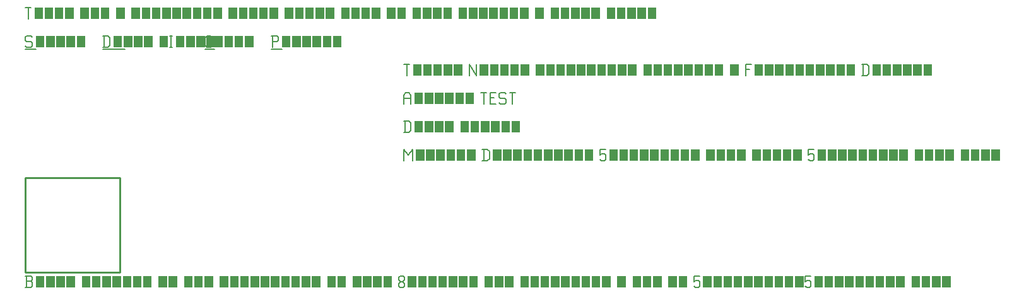
<source format=gbr>
G04 start of page 4 for group -1 layer_idx 268435461 *
G04 Title: Normal triangular polygons, <virtual group> *
G04 Creator: <version>
G04 CreationDate: <date>
G04 For: TEST *
G04 Format: Gerber/RS-274X *
G04 PCB-Dimensions: 50000 50000 *
G04 PCB-Coordinate-Origin: lower left *
%MOIN*%
%FSLAX25Y25*%
%LNLOGICAL_VIRTUAL_FAB_NONE*%
%ADD15C,0.0100*%
%ADD14C,0.0001*%
%ADD13C,0.0060*%
G54D13*X3000Y125000D02*X3750Y124250D01*
X750Y125000D02*X3000D01*
X0Y124250D02*X750Y125000D01*
X0Y124250D02*Y122750D01*
X750Y122000D01*
X3000D01*
X3750Y121250D01*
Y119750D01*
X3000Y119000D02*X3750Y119750D01*
X750Y119000D02*X3000D01*
X0Y119750D02*X750Y119000D01*
G54D14*G36*
X5550Y125000D02*X10050D01*
Y119000D01*
X5550D01*
Y125000D01*
G37*
G36*
X10950D02*X15450D01*
Y119000D01*
X10950D01*
Y125000D01*
G37*
G36*
X16350D02*X20850D01*
Y119000D01*
X16350D01*
Y125000D01*
G37*
G36*
X21750D02*X26250D01*
Y119000D01*
X21750D01*
Y125000D01*
G37*
G36*
X27150D02*X31650D01*
Y119000D01*
X27150D01*
Y125000D01*
G37*
G54D13*X0Y118000D02*X5550D01*
X41750Y125000D02*Y119000D01*
X43700Y125000D02*X44750Y123950D01*
Y120050D01*
X43700Y119000D02*X44750Y120050D01*
X41000Y119000D02*X43700D01*
X41000Y125000D02*X43700D01*
G54D14*G36*
X46550D02*X51050D01*
Y119000D01*
X46550D01*
Y125000D01*
G37*
G36*
X51950D02*X56450D01*
Y119000D01*
X51950D01*
Y125000D01*
G37*
G36*
X57350D02*X61850D01*
Y119000D01*
X57350D01*
Y125000D01*
G37*
G36*
X62750D02*X67250D01*
Y119000D01*
X62750D01*
Y125000D01*
G37*
G36*
X70850D02*X75350D01*
Y119000D01*
X70850D01*
Y125000D01*
G37*
G54D13*X76250D02*X77750D01*
X77000D02*Y119000D01*
X76250D02*X77750D01*
G54D14*G36*
X79550Y125000D02*X84050D01*
Y119000D01*
X79550D01*
Y125000D01*
G37*
G36*
X84950D02*X89450D01*
Y119000D01*
X84950D01*
Y125000D01*
G37*
G36*
X90350D02*X94850D01*
Y119000D01*
X90350D01*
Y125000D01*
G37*
G36*
X95750D02*X100250D01*
Y119000D01*
X95750D01*
Y125000D01*
G37*
G54D13*X41000Y118000D02*X52550D01*
X96050Y119000D02*X98000D01*
X95000Y120050D02*X96050Y119000D01*
X95000Y123950D02*Y120050D01*
Y123950D02*X96050Y125000D01*
X98000D01*
G54D14*G36*
X99800D02*X104300D01*
Y119000D01*
X99800D01*
Y125000D01*
G37*
G36*
X105200D02*X109700D01*
Y119000D01*
X105200D01*
Y125000D01*
G37*
G36*
X110600D02*X115100D01*
Y119000D01*
X110600D01*
Y125000D01*
G37*
G36*
X116000D02*X120500D01*
Y119000D01*
X116000D01*
Y125000D01*
G37*
G54D13*X95000Y118000D02*X99800D01*
X130750Y125000D02*Y119000D01*
X130000Y125000D02*X133000D01*
X133750Y124250D01*
Y122750D01*
X133000Y122000D02*X133750Y122750D01*
X130750Y122000D02*X133000D01*
G54D14*G36*
X135550Y125000D02*X140050D01*
Y119000D01*
X135550D01*
Y125000D01*
G37*
G36*
X140950D02*X145450D01*
Y119000D01*
X140950D01*
Y125000D01*
G37*
G36*
X146350D02*X150850D01*
Y119000D01*
X146350D01*
Y125000D01*
G37*
G36*
X151750D02*X156250D01*
Y119000D01*
X151750D01*
Y125000D01*
G37*
G36*
X157150D02*X161650D01*
Y119000D01*
X157150D01*
Y125000D01*
G37*
G36*
X162550D02*X167050D01*
Y119000D01*
X162550D01*
Y125000D01*
G37*
G54D13*X130000Y118000D02*X135550D01*
X0Y140000D02*X3000D01*
X1500D02*Y134000D01*
G54D14*G36*
X4800Y140000D02*X9300D01*
Y134000D01*
X4800D01*
Y140000D01*
G37*
G36*
X10200D02*X14700D01*
Y134000D01*
X10200D01*
Y140000D01*
G37*
G36*
X15600D02*X20100D01*
Y134000D01*
X15600D01*
Y140000D01*
G37*
G36*
X21000D02*X25500D01*
Y134000D01*
X21000D01*
Y140000D01*
G37*
G36*
X29100D02*X33600D01*
Y134000D01*
X29100D01*
Y140000D01*
G37*
G36*
X34500D02*X39000D01*
Y134000D01*
X34500D01*
Y140000D01*
G37*
G36*
X39900D02*X44400D01*
Y134000D01*
X39900D01*
Y140000D01*
G37*
G36*
X48000D02*X52500D01*
Y134000D01*
X48000D01*
Y140000D01*
G37*
G36*
X56100D02*X60600D01*
Y134000D01*
X56100D01*
Y140000D01*
G37*
G36*
X61500D02*X66000D01*
Y134000D01*
X61500D01*
Y140000D01*
G37*
G36*
X66900D02*X71400D01*
Y134000D01*
X66900D01*
Y140000D01*
G37*
G36*
X72300D02*X76800D01*
Y134000D01*
X72300D01*
Y140000D01*
G37*
G36*
X77700D02*X82200D01*
Y134000D01*
X77700D01*
Y140000D01*
G37*
G36*
X83100D02*X87600D01*
Y134000D01*
X83100D01*
Y140000D01*
G37*
G36*
X88500D02*X93000D01*
Y134000D01*
X88500D01*
Y140000D01*
G37*
G36*
X93900D02*X98400D01*
Y134000D01*
X93900D01*
Y140000D01*
G37*
G36*
X99300D02*X103800D01*
Y134000D01*
X99300D01*
Y140000D01*
G37*
G36*
X107400D02*X111900D01*
Y134000D01*
X107400D01*
Y140000D01*
G37*
G36*
X112800D02*X117300D01*
Y134000D01*
X112800D01*
Y140000D01*
G37*
G36*
X118200D02*X122700D01*
Y134000D01*
X118200D01*
Y140000D01*
G37*
G36*
X123600D02*X128100D01*
Y134000D01*
X123600D01*
Y140000D01*
G37*
G36*
X129000D02*X133500D01*
Y134000D01*
X129000D01*
Y140000D01*
G37*
G36*
X137100D02*X141600D01*
Y134000D01*
X137100D01*
Y140000D01*
G37*
G36*
X142500D02*X147000D01*
Y134000D01*
X142500D01*
Y140000D01*
G37*
G36*
X147900D02*X152400D01*
Y134000D01*
X147900D01*
Y140000D01*
G37*
G36*
X153300D02*X157800D01*
Y134000D01*
X153300D01*
Y140000D01*
G37*
G36*
X158700D02*X163200D01*
Y134000D01*
X158700D01*
Y140000D01*
G37*
G36*
X166800D02*X171300D01*
Y134000D01*
X166800D01*
Y140000D01*
G37*
G36*
X172200D02*X176700D01*
Y134000D01*
X172200D01*
Y140000D01*
G37*
G36*
X177600D02*X182100D01*
Y134000D01*
X177600D01*
Y140000D01*
G37*
G36*
X183000D02*X187500D01*
Y134000D01*
X183000D01*
Y140000D01*
G37*
G36*
X191100D02*X195600D01*
Y134000D01*
X191100D01*
Y140000D01*
G37*
G36*
X196500D02*X201000D01*
Y134000D01*
X196500D01*
Y140000D01*
G37*
G36*
X204600D02*X209100D01*
Y134000D01*
X204600D01*
Y140000D01*
G37*
G36*
X210000D02*X214500D01*
Y134000D01*
X210000D01*
Y140000D01*
G37*
G36*
X215400D02*X219900D01*
Y134000D01*
X215400D01*
Y140000D01*
G37*
G36*
X220800D02*X225300D01*
Y134000D01*
X220800D01*
Y140000D01*
G37*
G36*
X228900D02*X233400D01*
Y134000D01*
X228900D01*
Y140000D01*
G37*
G36*
X234300D02*X238800D01*
Y134000D01*
X234300D01*
Y140000D01*
G37*
G36*
X239700D02*X244200D01*
Y134000D01*
X239700D01*
Y140000D01*
G37*
G36*
X245100D02*X249600D01*
Y134000D01*
X245100D01*
Y140000D01*
G37*
G36*
X250500D02*X255000D01*
Y134000D01*
X250500D01*
Y140000D01*
G37*
G36*
X255900D02*X260400D01*
Y134000D01*
X255900D01*
Y140000D01*
G37*
G36*
X261300D02*X265800D01*
Y134000D01*
X261300D01*
Y140000D01*
G37*
G36*
X269400D02*X273900D01*
Y134000D01*
X269400D01*
Y140000D01*
G37*
G36*
X277500D02*X282000D01*
Y134000D01*
X277500D01*
Y140000D01*
G37*
G36*
X282900D02*X287400D01*
Y134000D01*
X282900D01*
Y140000D01*
G37*
G36*
X288300D02*X292800D01*
Y134000D01*
X288300D01*
Y140000D01*
G37*
G36*
X293700D02*X298200D01*
Y134000D01*
X293700D01*
Y140000D01*
G37*
G36*
X299100D02*X303600D01*
Y134000D01*
X299100D01*
Y140000D01*
G37*
G36*
X307200D02*X311700D01*
Y134000D01*
X307200D01*
Y140000D01*
G37*
G36*
X312600D02*X317100D01*
Y134000D01*
X312600D01*
Y140000D01*
G37*
G36*
X318000D02*X322500D01*
Y134000D01*
X318000D01*
Y140000D01*
G37*
G36*
X323400D02*X327900D01*
Y134000D01*
X323400D01*
Y140000D01*
G37*
G36*
X328800D02*X333300D01*
Y134000D01*
X328800D01*
Y140000D01*
G37*
G54D15*X0Y50000D02*X50000D01*
X0D02*Y0D01*
X50000Y50000D02*Y0D01*
X0D02*X50000D01*
G54D13*X200000Y65000D02*Y59000D01*
Y65000D02*X202250Y62000D01*
X204500Y65000D01*
Y59000D01*
G54D14*G36*
X206300Y65000D02*X210800D01*
Y59000D01*
X206300D01*
Y65000D01*
G37*
G36*
X211700D02*X216200D01*
Y59000D01*
X211700D01*
Y65000D01*
G37*
G36*
X217100D02*X221600D01*
Y59000D01*
X217100D01*
Y65000D01*
G37*
G36*
X222500D02*X227000D01*
Y59000D01*
X222500D01*
Y65000D01*
G37*
G36*
X227900D02*X232400D01*
Y59000D01*
X227900D01*
Y65000D01*
G37*
G36*
X233300D02*X237800D01*
Y59000D01*
X233300D01*
Y65000D01*
G37*
G54D13*X242150D02*Y59000D01*
X244100Y65000D02*X245150Y63950D01*
Y60050D01*
X244100Y59000D02*X245150Y60050D01*
X241400Y59000D02*X244100D01*
X241400Y65000D02*X244100D01*
G54D14*G36*
X246950D02*X251450D01*
Y59000D01*
X246950D01*
Y65000D01*
G37*
G36*
X252350D02*X256850D01*
Y59000D01*
X252350D01*
Y65000D01*
G37*
G36*
X257750D02*X262250D01*
Y59000D01*
X257750D01*
Y65000D01*
G37*
G36*
X263150D02*X267650D01*
Y59000D01*
X263150D01*
Y65000D01*
G37*
G36*
X268550D02*X273050D01*
Y59000D01*
X268550D01*
Y65000D01*
G37*
G36*
X273950D02*X278450D01*
Y59000D01*
X273950D01*
Y65000D01*
G37*
G36*
X279350D02*X283850D01*
Y59000D01*
X279350D01*
Y65000D01*
G37*
G36*
X284750D02*X289250D01*
Y59000D01*
X284750D01*
Y65000D01*
G37*
G36*
X290150D02*X294650D01*
Y59000D01*
X290150D01*
Y65000D01*
G37*
G36*
X295550D02*X300050D01*
Y59000D01*
X295550D01*
Y65000D01*
G37*
G54D13*X303650D02*X306650D01*
X303650D02*Y62000D01*
X304400Y62750D01*
X305900D01*
X306650Y62000D01*
Y59750D01*
X305900Y59000D02*X306650Y59750D01*
X304400Y59000D02*X305900D01*
X303650Y59750D02*X304400Y59000D01*
G54D14*G36*
X308450Y65000D02*X312950D01*
Y59000D01*
X308450D01*
Y65000D01*
G37*
G36*
X313850D02*X318350D01*
Y59000D01*
X313850D01*
Y65000D01*
G37*
G36*
X319250D02*X323750D01*
Y59000D01*
X319250D01*
Y65000D01*
G37*
G36*
X324650D02*X329150D01*
Y59000D01*
X324650D01*
Y65000D01*
G37*
G36*
X330050D02*X334550D01*
Y59000D01*
X330050D01*
Y65000D01*
G37*
G36*
X335450D02*X339950D01*
Y59000D01*
X335450D01*
Y65000D01*
G37*
G36*
X340850D02*X345350D01*
Y59000D01*
X340850D01*
Y65000D01*
G37*
G36*
X346250D02*X350750D01*
Y59000D01*
X346250D01*
Y65000D01*
G37*
G36*
X351650D02*X356150D01*
Y59000D01*
X351650D01*
Y65000D01*
G37*
G36*
X359750D02*X364250D01*
Y59000D01*
X359750D01*
Y65000D01*
G37*
G36*
X365150D02*X369650D01*
Y59000D01*
X365150D01*
Y65000D01*
G37*
G36*
X370550D02*X375050D01*
Y59000D01*
X370550D01*
Y65000D01*
G37*
G36*
X375950D02*X380450D01*
Y59000D01*
X375950D01*
Y65000D01*
G37*
G36*
X384050D02*X388550D01*
Y59000D01*
X384050D01*
Y65000D01*
G37*
G36*
X389450D02*X393950D01*
Y59000D01*
X389450D01*
Y65000D01*
G37*
G36*
X394850D02*X399350D01*
Y59000D01*
X394850D01*
Y65000D01*
G37*
G36*
X400250D02*X404750D01*
Y59000D01*
X400250D01*
Y65000D01*
G37*
G36*
X405650D02*X410150D01*
Y59000D01*
X405650D01*
Y65000D01*
G37*
G54D13*X413750D02*X416750D01*
X413750D02*Y62000D01*
X414500Y62750D01*
X416000D01*
X416750Y62000D01*
Y59750D01*
X416000Y59000D02*X416750Y59750D01*
X414500Y59000D02*X416000D01*
X413750Y59750D02*X414500Y59000D01*
G54D14*G36*
X418550Y65000D02*X423050D01*
Y59000D01*
X418550D01*
Y65000D01*
G37*
G36*
X423950D02*X428450D01*
Y59000D01*
X423950D01*
Y65000D01*
G37*
G36*
X429350D02*X433850D01*
Y59000D01*
X429350D01*
Y65000D01*
G37*
G36*
X434750D02*X439250D01*
Y59000D01*
X434750D01*
Y65000D01*
G37*
G36*
X440150D02*X444650D01*
Y59000D01*
X440150D01*
Y65000D01*
G37*
G36*
X445550D02*X450050D01*
Y59000D01*
X445550D01*
Y65000D01*
G37*
G36*
X450950D02*X455450D01*
Y59000D01*
X450950D01*
Y65000D01*
G37*
G36*
X456350D02*X460850D01*
Y59000D01*
X456350D01*
Y65000D01*
G37*
G36*
X461750D02*X466250D01*
Y59000D01*
X461750D01*
Y65000D01*
G37*
G36*
X469850D02*X474350D01*
Y59000D01*
X469850D01*
Y65000D01*
G37*
G36*
X475250D02*X479750D01*
Y59000D01*
X475250D01*
Y65000D01*
G37*
G36*
X480650D02*X485150D01*
Y59000D01*
X480650D01*
Y65000D01*
G37*
G36*
X486050D02*X490550D01*
Y59000D01*
X486050D01*
Y65000D01*
G37*
G36*
X494150D02*X498650D01*
Y59000D01*
X494150D01*
Y65000D01*
G37*
G36*
X499550D02*X504050D01*
Y59000D01*
X499550D01*
Y65000D01*
G37*
G36*
X504950D02*X509450D01*
Y59000D01*
X504950D01*
Y65000D01*
G37*
G36*
X510350D02*X514850D01*
Y59000D01*
X510350D01*
Y65000D01*
G37*
G54D13*X0Y-8000D02*X3000D01*
X3750Y-7250D01*
Y-5450D02*Y-7250D01*
X3000Y-4700D02*X3750Y-5450D01*
X750Y-4700D02*X3000D01*
X750Y-2000D02*Y-8000D01*
X0Y-2000D02*X3000D01*
X3750Y-2750D01*
Y-3950D01*
X3000Y-4700D02*X3750Y-3950D01*
G54D14*G36*
X5550Y-2000D02*X10050D01*
Y-8000D01*
X5550D01*
Y-2000D01*
G37*
G36*
X10950D02*X15450D01*
Y-8000D01*
X10950D01*
Y-2000D01*
G37*
G36*
X16350D02*X20850D01*
Y-8000D01*
X16350D01*
Y-2000D01*
G37*
G36*
X21750D02*X26250D01*
Y-8000D01*
X21750D01*
Y-2000D01*
G37*
G36*
X29850D02*X34350D01*
Y-8000D01*
X29850D01*
Y-2000D01*
G37*
G36*
X35250D02*X39750D01*
Y-8000D01*
X35250D01*
Y-2000D01*
G37*
G36*
X40650D02*X45150D01*
Y-8000D01*
X40650D01*
Y-2000D01*
G37*
G36*
X46050D02*X50550D01*
Y-8000D01*
X46050D01*
Y-2000D01*
G37*
G36*
X51450D02*X55950D01*
Y-8000D01*
X51450D01*
Y-2000D01*
G37*
G36*
X56850D02*X61350D01*
Y-8000D01*
X56850D01*
Y-2000D01*
G37*
G36*
X62250D02*X66750D01*
Y-8000D01*
X62250D01*
Y-2000D01*
G37*
G36*
X70350D02*X74850D01*
Y-8000D01*
X70350D01*
Y-2000D01*
G37*
G36*
X75750D02*X80250D01*
Y-8000D01*
X75750D01*
Y-2000D01*
G37*
G36*
X83850D02*X88350D01*
Y-8000D01*
X83850D01*
Y-2000D01*
G37*
G36*
X89250D02*X93750D01*
Y-8000D01*
X89250D01*
Y-2000D01*
G37*
G36*
X94650D02*X99150D01*
Y-8000D01*
X94650D01*
Y-2000D01*
G37*
G36*
X102750D02*X107250D01*
Y-8000D01*
X102750D01*
Y-2000D01*
G37*
G36*
X108150D02*X112650D01*
Y-8000D01*
X108150D01*
Y-2000D01*
G37*
G36*
X113550D02*X118050D01*
Y-8000D01*
X113550D01*
Y-2000D01*
G37*
G36*
X118950D02*X123450D01*
Y-8000D01*
X118950D01*
Y-2000D01*
G37*
G36*
X124350D02*X128850D01*
Y-8000D01*
X124350D01*
Y-2000D01*
G37*
G36*
X129750D02*X134250D01*
Y-8000D01*
X129750D01*
Y-2000D01*
G37*
G36*
X135150D02*X139650D01*
Y-8000D01*
X135150D01*
Y-2000D01*
G37*
G36*
X140550D02*X145050D01*
Y-8000D01*
X140550D01*
Y-2000D01*
G37*
G36*
X145950D02*X150450D01*
Y-8000D01*
X145950D01*
Y-2000D01*
G37*
G36*
X151350D02*X155850D01*
Y-8000D01*
X151350D01*
Y-2000D01*
G37*
G36*
X159450D02*X163950D01*
Y-8000D01*
X159450D01*
Y-2000D01*
G37*
G36*
X164850D02*X169350D01*
Y-8000D01*
X164850D01*
Y-2000D01*
G37*
G36*
X172950D02*X177450D01*
Y-8000D01*
X172950D01*
Y-2000D01*
G37*
G36*
X178350D02*X182850D01*
Y-8000D01*
X178350D01*
Y-2000D01*
G37*
G36*
X183750D02*X188250D01*
Y-8000D01*
X183750D01*
Y-2000D01*
G37*
G36*
X189150D02*X193650D01*
Y-8000D01*
X189150D01*
Y-2000D01*
G37*
G54D13*X197250Y-7250D02*X198000Y-8000D01*
X197250Y-6050D02*Y-7250D01*
Y-6050D02*X198300Y-5000D01*
X199200D01*
X200250Y-6050D01*
Y-7250D01*
X199500Y-8000D02*X200250Y-7250D01*
X198000Y-8000D02*X199500D01*
X197250Y-3950D02*X198300Y-5000D01*
X197250Y-2750D02*Y-3950D01*
Y-2750D02*X198000Y-2000D01*
X199500D01*
X200250Y-2750D01*
Y-3950D01*
X199200Y-5000D02*X200250Y-3950D01*
G54D14*G36*
X202050Y-2000D02*X206550D01*
Y-8000D01*
X202050D01*
Y-2000D01*
G37*
G36*
X207450D02*X211950D01*
Y-8000D01*
X207450D01*
Y-2000D01*
G37*
G36*
X212850D02*X217350D01*
Y-8000D01*
X212850D01*
Y-2000D01*
G37*
G36*
X218250D02*X222750D01*
Y-8000D01*
X218250D01*
Y-2000D01*
G37*
G36*
X223650D02*X228150D01*
Y-8000D01*
X223650D01*
Y-2000D01*
G37*
G36*
X229050D02*X233550D01*
Y-8000D01*
X229050D01*
Y-2000D01*
G37*
G36*
X234450D02*X238950D01*
Y-8000D01*
X234450D01*
Y-2000D01*
G37*
G36*
X242550D02*X247050D01*
Y-8000D01*
X242550D01*
Y-2000D01*
G37*
G36*
X247950D02*X252450D01*
Y-8000D01*
X247950D01*
Y-2000D01*
G37*
G36*
X253350D02*X257850D01*
Y-8000D01*
X253350D01*
Y-2000D01*
G37*
G36*
X261450D02*X265950D01*
Y-8000D01*
X261450D01*
Y-2000D01*
G37*
G36*
X266850D02*X271350D01*
Y-8000D01*
X266850D01*
Y-2000D01*
G37*
G36*
X272250D02*X276750D01*
Y-8000D01*
X272250D01*
Y-2000D01*
G37*
G36*
X277650D02*X282150D01*
Y-8000D01*
X277650D01*
Y-2000D01*
G37*
G36*
X283050D02*X287550D01*
Y-8000D01*
X283050D01*
Y-2000D01*
G37*
G36*
X288450D02*X292950D01*
Y-8000D01*
X288450D01*
Y-2000D01*
G37*
G36*
X293850D02*X298350D01*
Y-8000D01*
X293850D01*
Y-2000D01*
G37*
G36*
X299250D02*X303750D01*
Y-8000D01*
X299250D01*
Y-2000D01*
G37*
G36*
X304650D02*X309150D01*
Y-8000D01*
X304650D01*
Y-2000D01*
G37*
G36*
X312750D02*X317250D01*
Y-8000D01*
X312750D01*
Y-2000D01*
G37*
G36*
X320850D02*X325350D01*
Y-8000D01*
X320850D01*
Y-2000D01*
G37*
G36*
X326250D02*X330750D01*
Y-8000D01*
X326250D01*
Y-2000D01*
G37*
G36*
X331650D02*X336150D01*
Y-8000D01*
X331650D01*
Y-2000D01*
G37*
G36*
X339750D02*X344250D01*
Y-8000D01*
X339750D01*
Y-2000D01*
G37*
G36*
X345150D02*X349650D01*
Y-8000D01*
X345150D01*
Y-2000D01*
G37*
G54D13*X353250D02*X356250D01*
X353250D02*Y-5000D01*
X354000Y-4250D01*
X355500D01*
X356250Y-5000D01*
Y-7250D01*
X355500Y-8000D02*X356250Y-7250D01*
X354000Y-8000D02*X355500D01*
X353250Y-7250D02*X354000Y-8000D01*
G54D14*G36*
X358050Y-2000D02*X362550D01*
Y-8000D01*
X358050D01*
Y-2000D01*
G37*
G36*
X363450D02*X367950D01*
Y-8000D01*
X363450D01*
Y-2000D01*
G37*
G36*
X368850D02*X373350D01*
Y-8000D01*
X368850D01*
Y-2000D01*
G37*
G36*
X374250D02*X378750D01*
Y-8000D01*
X374250D01*
Y-2000D01*
G37*
G36*
X379650D02*X384150D01*
Y-8000D01*
X379650D01*
Y-2000D01*
G37*
G36*
X385050D02*X389550D01*
Y-8000D01*
X385050D01*
Y-2000D01*
G37*
G36*
X390450D02*X394950D01*
Y-8000D01*
X390450D01*
Y-2000D01*
G37*
G36*
X395850D02*X400350D01*
Y-8000D01*
X395850D01*
Y-2000D01*
G37*
G36*
X401250D02*X405750D01*
Y-8000D01*
X401250D01*
Y-2000D01*
G37*
G36*
X406650D02*X411150D01*
Y-8000D01*
X406650D01*
Y-2000D01*
G37*
G54D13*X412050D02*X415050D01*
X412050D02*Y-5000D01*
X412800Y-4250D01*
X414300D01*
X415050Y-5000D01*
Y-7250D01*
X414300Y-8000D02*X415050Y-7250D01*
X412800Y-8000D02*X414300D01*
X412050Y-7250D02*X412800Y-8000D01*
G54D14*G36*
X416850Y-2000D02*X421350D01*
Y-8000D01*
X416850D01*
Y-2000D01*
G37*
G36*
X422250D02*X426750D01*
Y-8000D01*
X422250D01*
Y-2000D01*
G37*
G36*
X427650D02*X432150D01*
Y-8000D01*
X427650D01*
Y-2000D01*
G37*
G36*
X433050D02*X437550D01*
Y-8000D01*
X433050D01*
Y-2000D01*
G37*
G36*
X438450D02*X442950D01*
Y-8000D01*
X438450D01*
Y-2000D01*
G37*
G36*
X443850D02*X448350D01*
Y-8000D01*
X443850D01*
Y-2000D01*
G37*
G36*
X449250D02*X453750D01*
Y-8000D01*
X449250D01*
Y-2000D01*
G37*
G36*
X454650D02*X459150D01*
Y-8000D01*
X454650D01*
Y-2000D01*
G37*
G36*
X460050D02*X464550D01*
Y-8000D01*
X460050D01*
Y-2000D01*
G37*
G36*
X468150D02*X472650D01*
Y-8000D01*
X468150D01*
Y-2000D01*
G37*
G36*
X473550D02*X478050D01*
Y-8000D01*
X473550D01*
Y-2000D01*
G37*
G36*
X478950D02*X483450D01*
Y-8000D01*
X478950D01*
Y-2000D01*
G37*
G36*
X484350D02*X488850D01*
Y-8000D01*
X484350D01*
Y-2000D01*
G37*
G54D13*X200750Y80000D02*Y74000D01*
X202700Y80000D02*X203750Y78950D01*
Y75050D01*
X202700Y74000D02*X203750Y75050D01*
X200000Y74000D02*X202700D01*
X200000Y80000D02*X202700D01*
G54D14*G36*
X205550D02*X210050D01*
Y74000D01*
X205550D01*
Y80000D01*
G37*
G36*
X210950D02*X215450D01*
Y74000D01*
X210950D01*
Y80000D01*
G37*
G36*
X216350D02*X220850D01*
Y74000D01*
X216350D01*
Y80000D01*
G37*
G36*
X221750D02*X226250D01*
Y74000D01*
X221750D01*
Y80000D01*
G37*
G36*
X229850D02*X234350D01*
Y74000D01*
X229850D01*
Y80000D01*
G37*
G36*
X235250D02*X239750D01*
Y74000D01*
X235250D01*
Y80000D01*
G37*
G36*
X240650D02*X245150D01*
Y74000D01*
X240650D01*
Y80000D01*
G37*
G36*
X246050D02*X250550D01*
Y74000D01*
X246050D01*
Y80000D01*
G37*
G36*
X251450D02*X255950D01*
Y74000D01*
X251450D01*
Y80000D01*
G37*
G36*
X256850D02*X261350D01*
Y74000D01*
X256850D01*
Y80000D01*
G37*
G54D13*X200000Y93500D02*Y89000D01*
Y93500D02*X201050Y95000D01*
X202700D01*
X203750Y93500D01*
Y89000D01*
X200000Y92000D02*X203750D01*
G54D14*G36*
X205550Y95000D02*X210050D01*
Y89000D01*
X205550D01*
Y95000D01*
G37*
G36*
X210950D02*X215450D01*
Y89000D01*
X210950D01*
Y95000D01*
G37*
G36*
X216350D02*X220850D01*
Y89000D01*
X216350D01*
Y95000D01*
G37*
G36*
X221750D02*X226250D01*
Y89000D01*
X221750D01*
Y95000D01*
G37*
G36*
X227150D02*X231650D01*
Y89000D01*
X227150D01*
Y95000D01*
G37*
G36*
X232550D02*X237050D01*
Y89000D01*
X232550D01*
Y95000D01*
G37*
G54D13*X240650D02*X243650D01*
X242150D02*Y89000D01*
X245450Y92300D02*X247700D01*
X245450Y89000D02*X248450D01*
X245450Y95000D02*Y89000D01*
Y95000D02*X248450D01*
X253250D02*X254000Y94250D01*
X251000Y95000D02*X253250D01*
X250250Y94250D02*X251000Y95000D01*
X250250Y94250D02*Y92750D01*
X251000Y92000D01*
X253250D01*
X254000Y91250D01*
Y89750D01*
X253250Y89000D02*X254000Y89750D01*
X251000Y89000D02*X253250D01*
X250250Y89750D02*X251000Y89000D01*
X255800Y95000D02*X258800D01*
X257300D02*Y89000D01*
X200000Y110000D02*X203000D01*
X201500D02*Y104000D01*
G54D14*G36*
X204800Y110000D02*X209300D01*
Y104000D01*
X204800D01*
Y110000D01*
G37*
G36*
X210200D02*X214700D01*
Y104000D01*
X210200D01*
Y110000D01*
G37*
G36*
X215600D02*X220100D01*
Y104000D01*
X215600D01*
Y110000D01*
G37*
G36*
X221000D02*X225500D01*
Y104000D01*
X221000D01*
Y110000D01*
G37*
G36*
X226400D02*X230900D01*
Y104000D01*
X226400D01*
Y110000D01*
G37*
G54D13*X234500D02*Y104000D01*
Y110000D02*X238250Y104000D01*
Y110000D02*Y104000D01*
G54D14*G36*
X240050Y110000D02*X244550D01*
Y104000D01*
X240050D01*
Y110000D01*
G37*
G36*
X245450D02*X249950D01*
Y104000D01*
X245450D01*
Y110000D01*
G37*
G36*
X250850D02*X255350D01*
Y104000D01*
X250850D01*
Y110000D01*
G37*
G36*
X256250D02*X260750D01*
Y104000D01*
X256250D01*
Y110000D01*
G37*
G36*
X261650D02*X266150D01*
Y104000D01*
X261650D01*
Y110000D01*
G37*
G36*
X269750D02*X274250D01*
Y104000D01*
X269750D01*
Y110000D01*
G37*
G36*
X275150D02*X279650D01*
Y104000D01*
X275150D01*
Y110000D01*
G37*
G36*
X280550D02*X285050D01*
Y104000D01*
X280550D01*
Y110000D01*
G37*
G36*
X285950D02*X290450D01*
Y104000D01*
X285950D01*
Y110000D01*
G37*
G36*
X291350D02*X295850D01*
Y104000D01*
X291350D01*
Y110000D01*
G37*
G36*
X296750D02*X301250D01*
Y104000D01*
X296750D01*
Y110000D01*
G37*
G36*
X302150D02*X306650D01*
Y104000D01*
X302150D01*
Y110000D01*
G37*
G36*
X307550D02*X312050D01*
Y104000D01*
X307550D01*
Y110000D01*
G37*
G36*
X312950D02*X317450D01*
Y104000D01*
X312950D01*
Y110000D01*
G37*
G36*
X318350D02*X322850D01*
Y104000D01*
X318350D01*
Y110000D01*
G37*
G36*
X326450D02*X330950D01*
Y104000D01*
X326450D01*
Y110000D01*
G37*
G36*
X331850D02*X336350D01*
Y104000D01*
X331850D01*
Y110000D01*
G37*
G36*
X337250D02*X341750D01*
Y104000D01*
X337250D01*
Y110000D01*
G37*
G36*
X342650D02*X347150D01*
Y104000D01*
X342650D01*
Y110000D01*
G37*
G36*
X348050D02*X352550D01*
Y104000D01*
X348050D01*
Y110000D01*
G37*
G36*
X353450D02*X357950D01*
Y104000D01*
X353450D01*
Y110000D01*
G37*
G36*
X358850D02*X363350D01*
Y104000D01*
X358850D01*
Y110000D01*
G37*
G36*
X364250D02*X368750D01*
Y104000D01*
X364250D01*
Y110000D01*
G37*
G36*
X372350D02*X376850D01*
Y104000D01*
X372350D01*
Y110000D01*
G37*
G54D13*X380450D02*Y104000D01*
Y110000D02*X383450D01*
X380450Y107300D02*X382700D01*
G54D14*G36*
X385250Y110000D02*X389750D01*
Y104000D01*
X385250D01*
Y110000D01*
G37*
G36*
X390650D02*X395150D01*
Y104000D01*
X390650D01*
Y110000D01*
G37*
G36*
X396050D02*X400550D01*
Y104000D01*
X396050D01*
Y110000D01*
G37*
G36*
X401450D02*X405950D01*
Y104000D01*
X401450D01*
Y110000D01*
G37*
G36*
X406850D02*X411350D01*
Y104000D01*
X406850D01*
Y110000D01*
G37*
G36*
X412250D02*X416750D01*
Y104000D01*
X412250D01*
Y110000D01*
G37*
G36*
X417650D02*X422150D01*
Y104000D01*
X417650D01*
Y110000D01*
G37*
G36*
X423050D02*X427550D01*
Y104000D01*
X423050D01*
Y110000D01*
G37*
G36*
X428450D02*X432950D01*
Y104000D01*
X428450D01*
Y110000D01*
G37*
G36*
X433850D02*X438350D01*
Y104000D01*
X433850D01*
Y110000D01*
G37*
G54D13*X442700D02*Y104000D01*
X444650Y110000D02*X445700Y108950D01*
Y105050D01*
X444650Y104000D02*X445700Y105050D01*
X441950Y104000D02*X444650D01*
X441950Y110000D02*X444650D01*
G54D14*G36*
X447500D02*X452000D01*
Y104000D01*
X447500D01*
Y110000D01*
G37*
G36*
X452900D02*X457400D01*
Y104000D01*
X452900D01*
Y110000D01*
G37*
G36*
X458300D02*X462800D01*
Y104000D01*
X458300D01*
Y110000D01*
G37*
G36*
X463700D02*X468200D01*
Y104000D01*
X463700D01*
Y110000D01*
G37*
G36*
X469100D02*X473600D01*
Y104000D01*
X469100D01*
Y110000D01*
G37*
G36*
X474500D02*X479000D01*
Y104000D01*
X474500D01*
Y110000D01*
G37*
M02*

</source>
